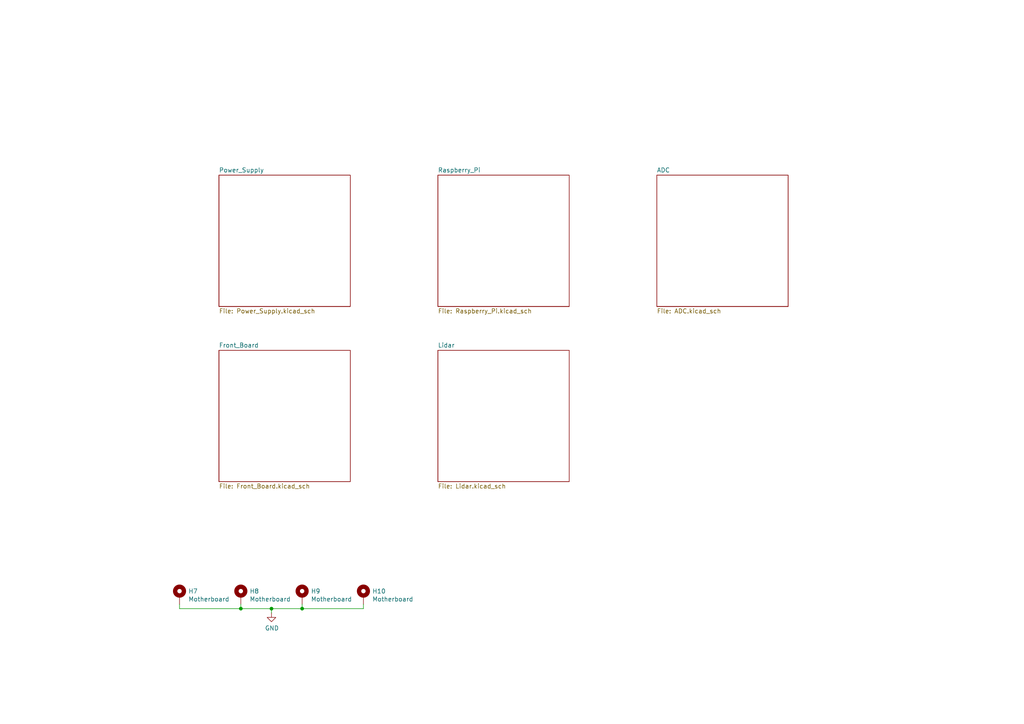
<source format=kicad_sch>
(kicad_sch (version 20211123) (generator eeschema)
  (paper "A4")
  (title_block (title "Main page") (date "2021-02-05") (rev "1.1") (company "Cyclope robot by Adrien RICCIARDI"))
  (lib_symbols
    (symbol "Mechanical:MountingHole_Pad" (pin_numbers hide) (pin_names (offset 1.016) hide)
      (property "Reference" "H" (at 0 6.35 0))
      (property "Value" "MountingHole_Pad" (at 0 4.445 0))
      (symbol "MountingHole_Pad_0_1"
        (circle (center 0 1.27) (radius 1.27) (stroke (width 1.27)))
      )
      (symbol "MountingHole_Pad_1_1"
        (pin input line (at 0 -2.54 90) (length 2.54) (name "1") (number "1"))
      )
    )
    (symbol "power:GND" (power) (pin_names (offset 0))
      (property "Value" "GND" (at 0 -3.81 0))
      (symbol "GND_0_1"
        (polyline (pts (xy 0 0) (xy 0 -1.27) (xy 1.27 -1.27) (xy 0 -2.54) (xy -1.27 -1.27) (xy 0 -1.27)))
      )
      (symbol "GND_1_1"
        (pin power_in line (at 0 0 270) (length 0) hide (name "GND") (number "1"))
      )
    )
  )
  (junction (at 78.74 176.53))
  (junction (at 87.63 176.53))
  (junction (at 69.85 176.53))
  (wire (pts (xy 87.63 176.53) (xy 87.63 175.26)))
  (wire (pts (xy 105.41 176.53) (xy 105.41 175.26)))
  (wire (pts (xy 78.74 176.53) (xy 78.74 177.8)))
  (wire (pts (xy 52.07 176.53) (xy 69.85 176.53)))
  (wire (pts (xy 78.74 176.53) (xy 87.63 176.53)))
  (wire (pts (xy 52.07 175.26) (xy 52.07 176.53)))
  (wire (pts (xy 87.63 176.53) (xy 105.41 176.53)))
  (wire (pts (xy 69.85 176.53) (xy 78.74 176.53)))
  (wire (pts (xy 69.85 176.53) (xy 69.85 175.26)))
  (symbol (lib_id "Mechanical:MountingHole_Pad") (at 52.07 172.72 0) (unit 1)
    (property "Reference" "H7" (at 54.61 171.4754 0) (effects (justify left)))
    (property "Value" "Motherboard" (at 54.61 173.7868 0) (effects (justify left)))
    (property "Footprint" "MountingHole:MountingHole_3.2mm_M3_Pad" (effects hide))
    (property "Populate" "DNP" (effects hide))
  )
  (symbol (lib_id "Mechanical:MountingHole_Pad") (at 69.85 172.72 0) (unit 1)
    (property "Reference" "H8" (at 72.39 171.4754 0) (effects (justify left)))
    (property "Value" "Motherboard" (at 72.39 173.7868 0) (effects (justify left)))
    (property "Footprint" "MountingHole:MountingHole_3.2mm_M3_Pad" (effects hide))
    (property "Populate" "DNP" (effects hide))
  )
  (symbol (lib_id "Mechanical:MountingHole_Pad") (at 87.63 172.72 0) (unit 1)
    (property "Reference" "H9" (at 90.17 171.4754 0) (effects (justify left)))
    (property "Value" "Motherboard" (at 90.17 173.7868 0) (effects (justify left)))
    (property "Footprint" "MountingHole:MountingHole_3.2mm_M3_Pad" (effects hide))
    (property "Populate" "DNP" (effects hide))
  )
  (symbol (lib_id "Mechanical:MountingHole_Pad") (at 105.41 172.72 0) (unit 1)
    (property "Reference" "H10" (at 107.95 171.4754 0) (effects (justify left)))
    (property "Value" "Motherboard" (at 107.95 173.7868 0) (effects (justify left)))
    (property "Footprint" "MountingHole:MountingHole_3.2mm_M3_Pad" (effects hide))
    (property "Populate" "DNP" (effects hide))
  )
  (symbol (lib_id "power:GND") (at 78.74 177.8 0) (unit 1)
    (property "Reference" "#PWR018" (effects hide))
    (property "Value" "GND" (at 78.867 182.1942 0))
  )
  (sheet (at 63.5 50.8) (size 38.1 38.1)
    (property "Sheet name" "Power_Supply" (at 63.5 50.0884 0) (effects (justify left bottom)))
    (property "Sheet file" "Power_Supply.kicad_sch" (at 63.5 89.4846 0) (effects (justify left top)))
  )
  (sheet (at 190.5 50.8) (size 38.1 38.1)
    (property "Sheet name" "ADC" (at 190.5 50.0884 0) (effects (justify left bottom)))
    (property "Sheet file" "ADC.kicad_sch" (at 190.5 89.4846 0) (effects (justify left top)))
  )
  (sheet (at 127 50.8) (size 38.1 38.1)
    (property "Sheet name" "Raspberry_Pi" (at 127 50.0884 0) (effects (justify left bottom)))
    (property "Sheet file" "Raspberry_Pi.kicad_sch" (at 127 89.4846 0) (effects (justify left top)))
  )
  (sheet (at 63.5 101.6) (size 38.1 38.1)
    (property "Sheet name" "Front_Board" (at 63.5 100.8884 0) (effects (justify left bottom)))
    (property "Sheet file" "Front_Board.kicad_sch" (at 63.5 140.2846 0) (effects (justify left top)))
  )
  (sheet (at 127 101.6) (size 38.1 38.1)
    (property "Sheet name" "Lidar" (at 127 100.8884 0) (effects (justify left bottom)))
    (property "Sheet file" "Lidar.kicad_sch" (at 127 140.2846 0) (effects (justify left top)))
  )
)
</source>
